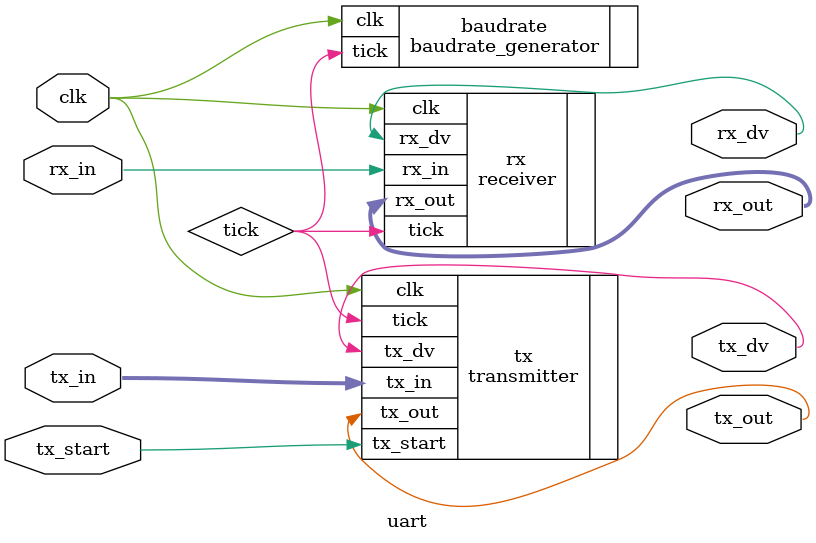
<source format=v>
module uart #(parameter DATA_WIDTH=8)(
    input clk,
    
    input wire rx_in,
    output wire [DATA_WIDTH-1:0] rx_out,
    output wire rx_dv,
    
    
    input tx_start,
    input wire [DATA_WIDTH-1:0] tx_in,
    output wire tx_dv,
    output wire tx_out
);
    
    wire tick;
    
    baudrate_generator baudrate(
        .clk(clk),
        .tick(tick)
    );
    
    receiver #(.DATA_WIDTH(DATA_WIDTH)) rx(
        .clk(clk),
        .tick(tick),
        .rx_in(rx_in),
        .rx_out(rx_out),
        .rx_dv(rx_dv)
    );
    
    transmitter #(.DATA_WIDTH(DATA_WIDTH)) tx(
        .clk(clk),
      	.tick(tick),
        .tx_start(tx_start),
        .tx_in(tx_in),
        .tx_dv(tx_dv),
        .tx_out(tx_out)
    );
    
endmodule


</source>
